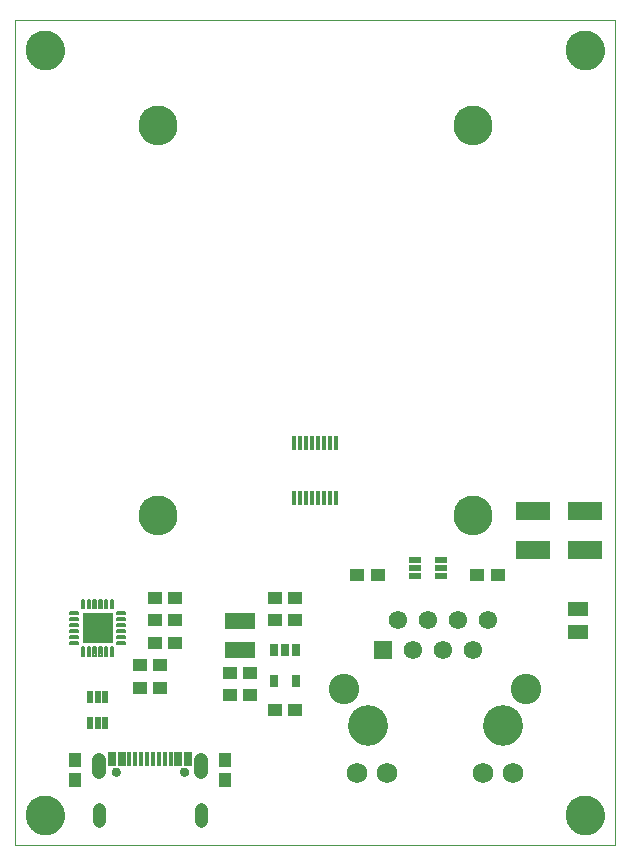
<source format=gts>
G75*
%MOIN*%
%OFA0B0*%
%FSLAX25Y25*%
%IPPOS*%
%LPD*%
%AMOC8*
5,1,8,0,0,1.08239X$1,22.5*
%
%ADD10C,0.00000*%
%ADD11C,0.12998*%
%ADD12R,0.04731X0.04337*%
%ADD13R,0.11424X0.06306*%
%ADD14R,0.01581X0.05124*%
%ADD15C,0.04337*%
%ADD16C,0.04534*%
%ADD17C,0.02959*%
%ADD18R,0.02762X0.04928*%
%ADD19R,0.01581X0.04928*%
%ADD20C,0.13195*%
%ADD21C,0.10144*%
%ADD22R,0.06128X0.06128*%
%ADD23C,0.06128*%
%ADD24C,0.06896*%
%ADD25R,0.10439X0.05518*%
%ADD26R,0.04337X0.04731*%
%ADD27R,0.06699X0.04731*%
%ADD28C,0.00751*%
%ADD29R,0.09849X0.09849*%
%ADD30R,0.02565X0.04337*%
%ADD31R,0.01975X0.04140*%
%ADD32R,0.04140X0.01975*%
D10*
X0001400Y0013000D02*
X0001400Y0288000D01*
X0201400Y0288000D01*
X0201400Y0013000D01*
X0001400Y0013000D01*
X0005101Y0023000D02*
X0005103Y0023158D01*
X0005109Y0023316D01*
X0005119Y0023474D01*
X0005133Y0023632D01*
X0005151Y0023789D01*
X0005172Y0023946D01*
X0005198Y0024102D01*
X0005228Y0024258D01*
X0005261Y0024413D01*
X0005299Y0024566D01*
X0005340Y0024719D01*
X0005385Y0024871D01*
X0005434Y0025022D01*
X0005487Y0025171D01*
X0005543Y0025319D01*
X0005603Y0025465D01*
X0005667Y0025610D01*
X0005735Y0025753D01*
X0005806Y0025895D01*
X0005880Y0026035D01*
X0005958Y0026172D01*
X0006040Y0026308D01*
X0006124Y0026442D01*
X0006213Y0026573D01*
X0006304Y0026702D01*
X0006399Y0026829D01*
X0006496Y0026954D01*
X0006597Y0027076D01*
X0006701Y0027195D01*
X0006808Y0027312D01*
X0006918Y0027426D01*
X0007031Y0027537D01*
X0007146Y0027646D01*
X0007264Y0027751D01*
X0007385Y0027853D01*
X0007508Y0027953D01*
X0007634Y0028049D01*
X0007762Y0028142D01*
X0007892Y0028232D01*
X0008025Y0028318D01*
X0008160Y0028402D01*
X0008296Y0028481D01*
X0008435Y0028558D01*
X0008576Y0028630D01*
X0008718Y0028700D01*
X0008862Y0028765D01*
X0009008Y0028827D01*
X0009155Y0028885D01*
X0009304Y0028940D01*
X0009454Y0028991D01*
X0009605Y0029038D01*
X0009757Y0029081D01*
X0009910Y0029120D01*
X0010065Y0029156D01*
X0010220Y0029187D01*
X0010376Y0029215D01*
X0010532Y0029239D01*
X0010689Y0029259D01*
X0010847Y0029275D01*
X0011004Y0029287D01*
X0011163Y0029295D01*
X0011321Y0029299D01*
X0011479Y0029299D01*
X0011637Y0029295D01*
X0011796Y0029287D01*
X0011953Y0029275D01*
X0012111Y0029259D01*
X0012268Y0029239D01*
X0012424Y0029215D01*
X0012580Y0029187D01*
X0012735Y0029156D01*
X0012890Y0029120D01*
X0013043Y0029081D01*
X0013195Y0029038D01*
X0013346Y0028991D01*
X0013496Y0028940D01*
X0013645Y0028885D01*
X0013792Y0028827D01*
X0013938Y0028765D01*
X0014082Y0028700D01*
X0014224Y0028630D01*
X0014365Y0028558D01*
X0014504Y0028481D01*
X0014640Y0028402D01*
X0014775Y0028318D01*
X0014908Y0028232D01*
X0015038Y0028142D01*
X0015166Y0028049D01*
X0015292Y0027953D01*
X0015415Y0027853D01*
X0015536Y0027751D01*
X0015654Y0027646D01*
X0015769Y0027537D01*
X0015882Y0027426D01*
X0015992Y0027312D01*
X0016099Y0027195D01*
X0016203Y0027076D01*
X0016304Y0026954D01*
X0016401Y0026829D01*
X0016496Y0026702D01*
X0016587Y0026573D01*
X0016676Y0026442D01*
X0016760Y0026308D01*
X0016842Y0026172D01*
X0016920Y0026035D01*
X0016994Y0025895D01*
X0017065Y0025753D01*
X0017133Y0025610D01*
X0017197Y0025465D01*
X0017257Y0025319D01*
X0017313Y0025171D01*
X0017366Y0025022D01*
X0017415Y0024871D01*
X0017460Y0024719D01*
X0017501Y0024566D01*
X0017539Y0024413D01*
X0017572Y0024258D01*
X0017602Y0024102D01*
X0017628Y0023946D01*
X0017649Y0023789D01*
X0017667Y0023632D01*
X0017681Y0023474D01*
X0017691Y0023316D01*
X0017697Y0023158D01*
X0017699Y0023000D01*
X0017697Y0022842D01*
X0017691Y0022684D01*
X0017681Y0022526D01*
X0017667Y0022368D01*
X0017649Y0022211D01*
X0017628Y0022054D01*
X0017602Y0021898D01*
X0017572Y0021742D01*
X0017539Y0021587D01*
X0017501Y0021434D01*
X0017460Y0021281D01*
X0017415Y0021129D01*
X0017366Y0020978D01*
X0017313Y0020829D01*
X0017257Y0020681D01*
X0017197Y0020535D01*
X0017133Y0020390D01*
X0017065Y0020247D01*
X0016994Y0020105D01*
X0016920Y0019965D01*
X0016842Y0019828D01*
X0016760Y0019692D01*
X0016676Y0019558D01*
X0016587Y0019427D01*
X0016496Y0019298D01*
X0016401Y0019171D01*
X0016304Y0019046D01*
X0016203Y0018924D01*
X0016099Y0018805D01*
X0015992Y0018688D01*
X0015882Y0018574D01*
X0015769Y0018463D01*
X0015654Y0018354D01*
X0015536Y0018249D01*
X0015415Y0018147D01*
X0015292Y0018047D01*
X0015166Y0017951D01*
X0015038Y0017858D01*
X0014908Y0017768D01*
X0014775Y0017682D01*
X0014640Y0017598D01*
X0014504Y0017519D01*
X0014365Y0017442D01*
X0014224Y0017370D01*
X0014082Y0017300D01*
X0013938Y0017235D01*
X0013792Y0017173D01*
X0013645Y0017115D01*
X0013496Y0017060D01*
X0013346Y0017009D01*
X0013195Y0016962D01*
X0013043Y0016919D01*
X0012890Y0016880D01*
X0012735Y0016844D01*
X0012580Y0016813D01*
X0012424Y0016785D01*
X0012268Y0016761D01*
X0012111Y0016741D01*
X0011953Y0016725D01*
X0011796Y0016713D01*
X0011637Y0016705D01*
X0011479Y0016701D01*
X0011321Y0016701D01*
X0011163Y0016705D01*
X0011004Y0016713D01*
X0010847Y0016725D01*
X0010689Y0016741D01*
X0010532Y0016761D01*
X0010376Y0016785D01*
X0010220Y0016813D01*
X0010065Y0016844D01*
X0009910Y0016880D01*
X0009757Y0016919D01*
X0009605Y0016962D01*
X0009454Y0017009D01*
X0009304Y0017060D01*
X0009155Y0017115D01*
X0009008Y0017173D01*
X0008862Y0017235D01*
X0008718Y0017300D01*
X0008576Y0017370D01*
X0008435Y0017442D01*
X0008296Y0017519D01*
X0008160Y0017598D01*
X0008025Y0017682D01*
X0007892Y0017768D01*
X0007762Y0017858D01*
X0007634Y0017951D01*
X0007508Y0018047D01*
X0007385Y0018147D01*
X0007264Y0018249D01*
X0007146Y0018354D01*
X0007031Y0018463D01*
X0006918Y0018574D01*
X0006808Y0018688D01*
X0006701Y0018805D01*
X0006597Y0018924D01*
X0006496Y0019046D01*
X0006399Y0019171D01*
X0006304Y0019298D01*
X0006213Y0019427D01*
X0006124Y0019558D01*
X0006040Y0019692D01*
X0005958Y0019828D01*
X0005880Y0019965D01*
X0005806Y0020105D01*
X0005735Y0020247D01*
X0005667Y0020390D01*
X0005603Y0020535D01*
X0005543Y0020681D01*
X0005487Y0020829D01*
X0005434Y0020978D01*
X0005385Y0021129D01*
X0005340Y0021281D01*
X0005299Y0021434D01*
X0005261Y0021587D01*
X0005228Y0021742D01*
X0005198Y0021898D01*
X0005172Y0022054D01*
X0005151Y0022211D01*
X0005133Y0022368D01*
X0005119Y0022526D01*
X0005109Y0022684D01*
X0005103Y0022842D01*
X0005101Y0023000D01*
X0033742Y0037488D02*
X0033744Y0037559D01*
X0033750Y0037630D01*
X0033760Y0037701D01*
X0033774Y0037770D01*
X0033791Y0037839D01*
X0033813Y0037907D01*
X0033838Y0037974D01*
X0033867Y0038039D01*
X0033899Y0038102D01*
X0033935Y0038164D01*
X0033974Y0038223D01*
X0034017Y0038280D01*
X0034062Y0038335D01*
X0034111Y0038387D01*
X0034162Y0038436D01*
X0034216Y0038482D01*
X0034273Y0038526D01*
X0034331Y0038566D01*
X0034392Y0038602D01*
X0034455Y0038636D01*
X0034520Y0038665D01*
X0034586Y0038691D01*
X0034654Y0038714D01*
X0034722Y0038732D01*
X0034792Y0038747D01*
X0034862Y0038758D01*
X0034933Y0038765D01*
X0035004Y0038768D01*
X0035075Y0038767D01*
X0035146Y0038762D01*
X0035217Y0038753D01*
X0035287Y0038740D01*
X0035356Y0038724D01*
X0035424Y0038703D01*
X0035491Y0038679D01*
X0035557Y0038651D01*
X0035620Y0038619D01*
X0035682Y0038584D01*
X0035742Y0038546D01*
X0035800Y0038504D01*
X0035855Y0038460D01*
X0035908Y0038412D01*
X0035958Y0038361D01*
X0036005Y0038308D01*
X0036049Y0038252D01*
X0036090Y0038194D01*
X0036128Y0038133D01*
X0036162Y0038071D01*
X0036192Y0038006D01*
X0036219Y0037941D01*
X0036243Y0037873D01*
X0036262Y0037805D01*
X0036278Y0037736D01*
X0036290Y0037665D01*
X0036298Y0037595D01*
X0036302Y0037524D01*
X0036302Y0037452D01*
X0036298Y0037381D01*
X0036290Y0037311D01*
X0036278Y0037240D01*
X0036262Y0037171D01*
X0036243Y0037103D01*
X0036219Y0037035D01*
X0036192Y0036970D01*
X0036162Y0036905D01*
X0036128Y0036843D01*
X0036090Y0036782D01*
X0036049Y0036724D01*
X0036005Y0036668D01*
X0035958Y0036615D01*
X0035908Y0036564D01*
X0035855Y0036516D01*
X0035800Y0036472D01*
X0035742Y0036430D01*
X0035682Y0036392D01*
X0035620Y0036357D01*
X0035557Y0036325D01*
X0035491Y0036297D01*
X0035424Y0036273D01*
X0035356Y0036252D01*
X0035287Y0036236D01*
X0035217Y0036223D01*
X0035146Y0036214D01*
X0035075Y0036209D01*
X0035004Y0036208D01*
X0034933Y0036211D01*
X0034862Y0036218D01*
X0034792Y0036229D01*
X0034722Y0036244D01*
X0034654Y0036262D01*
X0034586Y0036285D01*
X0034520Y0036311D01*
X0034455Y0036340D01*
X0034392Y0036374D01*
X0034331Y0036410D01*
X0034273Y0036450D01*
X0034216Y0036494D01*
X0034162Y0036540D01*
X0034111Y0036589D01*
X0034062Y0036641D01*
X0034017Y0036696D01*
X0033974Y0036753D01*
X0033935Y0036812D01*
X0033899Y0036874D01*
X0033867Y0036937D01*
X0033838Y0037002D01*
X0033813Y0037069D01*
X0033791Y0037137D01*
X0033774Y0037206D01*
X0033760Y0037275D01*
X0033750Y0037346D01*
X0033744Y0037417D01*
X0033742Y0037488D01*
X0056498Y0037488D02*
X0056500Y0037559D01*
X0056506Y0037630D01*
X0056516Y0037701D01*
X0056530Y0037770D01*
X0056547Y0037839D01*
X0056569Y0037907D01*
X0056594Y0037974D01*
X0056623Y0038039D01*
X0056655Y0038102D01*
X0056691Y0038164D01*
X0056730Y0038223D01*
X0056773Y0038280D01*
X0056818Y0038335D01*
X0056867Y0038387D01*
X0056918Y0038436D01*
X0056972Y0038482D01*
X0057029Y0038526D01*
X0057087Y0038566D01*
X0057148Y0038602D01*
X0057211Y0038636D01*
X0057276Y0038665D01*
X0057342Y0038691D01*
X0057410Y0038714D01*
X0057478Y0038732D01*
X0057548Y0038747D01*
X0057618Y0038758D01*
X0057689Y0038765D01*
X0057760Y0038768D01*
X0057831Y0038767D01*
X0057902Y0038762D01*
X0057973Y0038753D01*
X0058043Y0038740D01*
X0058112Y0038724D01*
X0058180Y0038703D01*
X0058247Y0038679D01*
X0058313Y0038651D01*
X0058376Y0038619D01*
X0058438Y0038584D01*
X0058498Y0038546D01*
X0058556Y0038504D01*
X0058611Y0038460D01*
X0058664Y0038412D01*
X0058714Y0038361D01*
X0058761Y0038308D01*
X0058805Y0038252D01*
X0058846Y0038194D01*
X0058884Y0038133D01*
X0058918Y0038071D01*
X0058948Y0038006D01*
X0058975Y0037941D01*
X0058999Y0037873D01*
X0059018Y0037805D01*
X0059034Y0037736D01*
X0059046Y0037665D01*
X0059054Y0037595D01*
X0059058Y0037524D01*
X0059058Y0037452D01*
X0059054Y0037381D01*
X0059046Y0037311D01*
X0059034Y0037240D01*
X0059018Y0037171D01*
X0058999Y0037103D01*
X0058975Y0037035D01*
X0058948Y0036970D01*
X0058918Y0036905D01*
X0058884Y0036843D01*
X0058846Y0036782D01*
X0058805Y0036724D01*
X0058761Y0036668D01*
X0058714Y0036615D01*
X0058664Y0036564D01*
X0058611Y0036516D01*
X0058556Y0036472D01*
X0058498Y0036430D01*
X0058438Y0036392D01*
X0058376Y0036357D01*
X0058313Y0036325D01*
X0058247Y0036297D01*
X0058180Y0036273D01*
X0058112Y0036252D01*
X0058043Y0036236D01*
X0057973Y0036223D01*
X0057902Y0036214D01*
X0057831Y0036209D01*
X0057760Y0036208D01*
X0057689Y0036211D01*
X0057618Y0036218D01*
X0057548Y0036229D01*
X0057478Y0036244D01*
X0057410Y0036262D01*
X0057342Y0036285D01*
X0057276Y0036311D01*
X0057211Y0036340D01*
X0057148Y0036374D01*
X0057087Y0036410D01*
X0057029Y0036450D01*
X0056972Y0036494D01*
X0056918Y0036540D01*
X0056867Y0036589D01*
X0056818Y0036641D01*
X0056773Y0036696D01*
X0056730Y0036753D01*
X0056691Y0036812D01*
X0056655Y0036874D01*
X0056623Y0036937D01*
X0056594Y0037002D01*
X0056569Y0037069D01*
X0056547Y0037137D01*
X0056530Y0037206D01*
X0056516Y0037275D01*
X0056506Y0037346D01*
X0056500Y0037417D01*
X0056498Y0037488D01*
X0112502Y0053000D02*
X0112504Y0053160D01*
X0112510Y0053319D01*
X0112520Y0053478D01*
X0112534Y0053637D01*
X0112552Y0053796D01*
X0112573Y0053954D01*
X0112599Y0054111D01*
X0112629Y0054268D01*
X0112662Y0054424D01*
X0112700Y0054579D01*
X0112741Y0054733D01*
X0112786Y0054886D01*
X0112835Y0055038D01*
X0112888Y0055188D01*
X0112944Y0055337D01*
X0113004Y0055485D01*
X0113068Y0055631D01*
X0113136Y0055776D01*
X0113207Y0055919D01*
X0113281Y0056060D01*
X0113359Y0056199D01*
X0113441Y0056336D01*
X0113526Y0056471D01*
X0113614Y0056604D01*
X0113705Y0056735D01*
X0113800Y0056863D01*
X0113898Y0056989D01*
X0113999Y0057113D01*
X0114103Y0057233D01*
X0114210Y0057352D01*
X0114320Y0057467D01*
X0114433Y0057580D01*
X0114548Y0057690D01*
X0114667Y0057797D01*
X0114787Y0057901D01*
X0114911Y0058002D01*
X0115037Y0058100D01*
X0115165Y0058195D01*
X0115296Y0058286D01*
X0115429Y0058374D01*
X0115564Y0058459D01*
X0115701Y0058541D01*
X0115840Y0058619D01*
X0115981Y0058693D01*
X0116124Y0058764D01*
X0116269Y0058832D01*
X0116415Y0058896D01*
X0116563Y0058956D01*
X0116712Y0059012D01*
X0116862Y0059065D01*
X0117014Y0059114D01*
X0117167Y0059159D01*
X0117321Y0059200D01*
X0117476Y0059238D01*
X0117632Y0059271D01*
X0117789Y0059301D01*
X0117946Y0059327D01*
X0118104Y0059348D01*
X0118263Y0059366D01*
X0118422Y0059380D01*
X0118581Y0059390D01*
X0118740Y0059396D01*
X0118900Y0059398D01*
X0119060Y0059396D01*
X0119219Y0059390D01*
X0119378Y0059380D01*
X0119537Y0059366D01*
X0119696Y0059348D01*
X0119854Y0059327D01*
X0120011Y0059301D01*
X0120168Y0059271D01*
X0120324Y0059238D01*
X0120479Y0059200D01*
X0120633Y0059159D01*
X0120786Y0059114D01*
X0120938Y0059065D01*
X0121088Y0059012D01*
X0121237Y0058956D01*
X0121385Y0058896D01*
X0121531Y0058832D01*
X0121676Y0058764D01*
X0121819Y0058693D01*
X0121960Y0058619D01*
X0122099Y0058541D01*
X0122236Y0058459D01*
X0122371Y0058374D01*
X0122504Y0058286D01*
X0122635Y0058195D01*
X0122763Y0058100D01*
X0122889Y0058002D01*
X0123013Y0057901D01*
X0123133Y0057797D01*
X0123252Y0057690D01*
X0123367Y0057580D01*
X0123480Y0057467D01*
X0123590Y0057352D01*
X0123697Y0057233D01*
X0123801Y0057113D01*
X0123902Y0056989D01*
X0124000Y0056863D01*
X0124095Y0056735D01*
X0124186Y0056604D01*
X0124274Y0056471D01*
X0124359Y0056336D01*
X0124441Y0056199D01*
X0124519Y0056060D01*
X0124593Y0055919D01*
X0124664Y0055776D01*
X0124732Y0055631D01*
X0124796Y0055485D01*
X0124856Y0055337D01*
X0124912Y0055188D01*
X0124965Y0055038D01*
X0125014Y0054886D01*
X0125059Y0054733D01*
X0125100Y0054579D01*
X0125138Y0054424D01*
X0125171Y0054268D01*
X0125201Y0054111D01*
X0125227Y0053954D01*
X0125248Y0053796D01*
X0125266Y0053637D01*
X0125280Y0053478D01*
X0125290Y0053319D01*
X0125296Y0053160D01*
X0125298Y0053000D01*
X0125296Y0052840D01*
X0125290Y0052681D01*
X0125280Y0052522D01*
X0125266Y0052363D01*
X0125248Y0052204D01*
X0125227Y0052046D01*
X0125201Y0051889D01*
X0125171Y0051732D01*
X0125138Y0051576D01*
X0125100Y0051421D01*
X0125059Y0051267D01*
X0125014Y0051114D01*
X0124965Y0050962D01*
X0124912Y0050812D01*
X0124856Y0050663D01*
X0124796Y0050515D01*
X0124732Y0050369D01*
X0124664Y0050224D01*
X0124593Y0050081D01*
X0124519Y0049940D01*
X0124441Y0049801D01*
X0124359Y0049664D01*
X0124274Y0049529D01*
X0124186Y0049396D01*
X0124095Y0049265D01*
X0124000Y0049137D01*
X0123902Y0049011D01*
X0123801Y0048887D01*
X0123697Y0048767D01*
X0123590Y0048648D01*
X0123480Y0048533D01*
X0123367Y0048420D01*
X0123252Y0048310D01*
X0123133Y0048203D01*
X0123013Y0048099D01*
X0122889Y0047998D01*
X0122763Y0047900D01*
X0122635Y0047805D01*
X0122504Y0047714D01*
X0122371Y0047626D01*
X0122236Y0047541D01*
X0122099Y0047459D01*
X0121960Y0047381D01*
X0121819Y0047307D01*
X0121676Y0047236D01*
X0121531Y0047168D01*
X0121385Y0047104D01*
X0121237Y0047044D01*
X0121088Y0046988D01*
X0120938Y0046935D01*
X0120786Y0046886D01*
X0120633Y0046841D01*
X0120479Y0046800D01*
X0120324Y0046762D01*
X0120168Y0046729D01*
X0120011Y0046699D01*
X0119854Y0046673D01*
X0119696Y0046652D01*
X0119537Y0046634D01*
X0119378Y0046620D01*
X0119219Y0046610D01*
X0119060Y0046604D01*
X0118900Y0046602D01*
X0118740Y0046604D01*
X0118581Y0046610D01*
X0118422Y0046620D01*
X0118263Y0046634D01*
X0118104Y0046652D01*
X0117946Y0046673D01*
X0117789Y0046699D01*
X0117632Y0046729D01*
X0117476Y0046762D01*
X0117321Y0046800D01*
X0117167Y0046841D01*
X0117014Y0046886D01*
X0116862Y0046935D01*
X0116712Y0046988D01*
X0116563Y0047044D01*
X0116415Y0047104D01*
X0116269Y0047168D01*
X0116124Y0047236D01*
X0115981Y0047307D01*
X0115840Y0047381D01*
X0115701Y0047459D01*
X0115564Y0047541D01*
X0115429Y0047626D01*
X0115296Y0047714D01*
X0115165Y0047805D01*
X0115037Y0047900D01*
X0114911Y0047998D01*
X0114787Y0048099D01*
X0114667Y0048203D01*
X0114548Y0048310D01*
X0114433Y0048420D01*
X0114320Y0048533D01*
X0114210Y0048648D01*
X0114103Y0048767D01*
X0113999Y0048887D01*
X0113898Y0049011D01*
X0113800Y0049137D01*
X0113705Y0049265D01*
X0113614Y0049396D01*
X0113526Y0049529D01*
X0113441Y0049664D01*
X0113359Y0049801D01*
X0113281Y0049940D01*
X0113207Y0050081D01*
X0113136Y0050224D01*
X0113068Y0050369D01*
X0113004Y0050515D01*
X0112944Y0050663D01*
X0112888Y0050812D01*
X0112835Y0050962D01*
X0112786Y0051114D01*
X0112741Y0051267D01*
X0112700Y0051421D01*
X0112662Y0051576D01*
X0112629Y0051732D01*
X0112599Y0051889D01*
X0112573Y0052046D01*
X0112552Y0052204D01*
X0112534Y0052363D01*
X0112520Y0052522D01*
X0112510Y0052681D01*
X0112504Y0052840D01*
X0112502Y0053000D01*
X0147601Y0123000D02*
X0147603Y0123158D01*
X0147609Y0123316D01*
X0147619Y0123474D01*
X0147633Y0123632D01*
X0147651Y0123789D01*
X0147672Y0123946D01*
X0147698Y0124102D01*
X0147728Y0124258D01*
X0147761Y0124413D01*
X0147799Y0124566D01*
X0147840Y0124719D01*
X0147885Y0124871D01*
X0147934Y0125022D01*
X0147987Y0125171D01*
X0148043Y0125319D01*
X0148103Y0125465D01*
X0148167Y0125610D01*
X0148235Y0125753D01*
X0148306Y0125895D01*
X0148380Y0126035D01*
X0148458Y0126172D01*
X0148540Y0126308D01*
X0148624Y0126442D01*
X0148713Y0126573D01*
X0148804Y0126702D01*
X0148899Y0126829D01*
X0148996Y0126954D01*
X0149097Y0127076D01*
X0149201Y0127195D01*
X0149308Y0127312D01*
X0149418Y0127426D01*
X0149531Y0127537D01*
X0149646Y0127646D01*
X0149764Y0127751D01*
X0149885Y0127853D01*
X0150008Y0127953D01*
X0150134Y0128049D01*
X0150262Y0128142D01*
X0150392Y0128232D01*
X0150525Y0128318D01*
X0150660Y0128402D01*
X0150796Y0128481D01*
X0150935Y0128558D01*
X0151076Y0128630D01*
X0151218Y0128700D01*
X0151362Y0128765D01*
X0151508Y0128827D01*
X0151655Y0128885D01*
X0151804Y0128940D01*
X0151954Y0128991D01*
X0152105Y0129038D01*
X0152257Y0129081D01*
X0152410Y0129120D01*
X0152565Y0129156D01*
X0152720Y0129187D01*
X0152876Y0129215D01*
X0153032Y0129239D01*
X0153189Y0129259D01*
X0153347Y0129275D01*
X0153504Y0129287D01*
X0153663Y0129295D01*
X0153821Y0129299D01*
X0153979Y0129299D01*
X0154137Y0129295D01*
X0154296Y0129287D01*
X0154453Y0129275D01*
X0154611Y0129259D01*
X0154768Y0129239D01*
X0154924Y0129215D01*
X0155080Y0129187D01*
X0155235Y0129156D01*
X0155390Y0129120D01*
X0155543Y0129081D01*
X0155695Y0129038D01*
X0155846Y0128991D01*
X0155996Y0128940D01*
X0156145Y0128885D01*
X0156292Y0128827D01*
X0156438Y0128765D01*
X0156582Y0128700D01*
X0156724Y0128630D01*
X0156865Y0128558D01*
X0157004Y0128481D01*
X0157140Y0128402D01*
X0157275Y0128318D01*
X0157408Y0128232D01*
X0157538Y0128142D01*
X0157666Y0128049D01*
X0157792Y0127953D01*
X0157915Y0127853D01*
X0158036Y0127751D01*
X0158154Y0127646D01*
X0158269Y0127537D01*
X0158382Y0127426D01*
X0158492Y0127312D01*
X0158599Y0127195D01*
X0158703Y0127076D01*
X0158804Y0126954D01*
X0158901Y0126829D01*
X0158996Y0126702D01*
X0159087Y0126573D01*
X0159176Y0126442D01*
X0159260Y0126308D01*
X0159342Y0126172D01*
X0159420Y0126035D01*
X0159494Y0125895D01*
X0159565Y0125753D01*
X0159633Y0125610D01*
X0159697Y0125465D01*
X0159757Y0125319D01*
X0159813Y0125171D01*
X0159866Y0125022D01*
X0159915Y0124871D01*
X0159960Y0124719D01*
X0160001Y0124566D01*
X0160039Y0124413D01*
X0160072Y0124258D01*
X0160102Y0124102D01*
X0160128Y0123946D01*
X0160149Y0123789D01*
X0160167Y0123632D01*
X0160181Y0123474D01*
X0160191Y0123316D01*
X0160197Y0123158D01*
X0160199Y0123000D01*
X0160197Y0122842D01*
X0160191Y0122684D01*
X0160181Y0122526D01*
X0160167Y0122368D01*
X0160149Y0122211D01*
X0160128Y0122054D01*
X0160102Y0121898D01*
X0160072Y0121742D01*
X0160039Y0121587D01*
X0160001Y0121434D01*
X0159960Y0121281D01*
X0159915Y0121129D01*
X0159866Y0120978D01*
X0159813Y0120829D01*
X0159757Y0120681D01*
X0159697Y0120535D01*
X0159633Y0120390D01*
X0159565Y0120247D01*
X0159494Y0120105D01*
X0159420Y0119965D01*
X0159342Y0119828D01*
X0159260Y0119692D01*
X0159176Y0119558D01*
X0159087Y0119427D01*
X0158996Y0119298D01*
X0158901Y0119171D01*
X0158804Y0119046D01*
X0158703Y0118924D01*
X0158599Y0118805D01*
X0158492Y0118688D01*
X0158382Y0118574D01*
X0158269Y0118463D01*
X0158154Y0118354D01*
X0158036Y0118249D01*
X0157915Y0118147D01*
X0157792Y0118047D01*
X0157666Y0117951D01*
X0157538Y0117858D01*
X0157408Y0117768D01*
X0157275Y0117682D01*
X0157140Y0117598D01*
X0157004Y0117519D01*
X0156865Y0117442D01*
X0156724Y0117370D01*
X0156582Y0117300D01*
X0156438Y0117235D01*
X0156292Y0117173D01*
X0156145Y0117115D01*
X0155996Y0117060D01*
X0155846Y0117009D01*
X0155695Y0116962D01*
X0155543Y0116919D01*
X0155390Y0116880D01*
X0155235Y0116844D01*
X0155080Y0116813D01*
X0154924Y0116785D01*
X0154768Y0116761D01*
X0154611Y0116741D01*
X0154453Y0116725D01*
X0154296Y0116713D01*
X0154137Y0116705D01*
X0153979Y0116701D01*
X0153821Y0116701D01*
X0153663Y0116705D01*
X0153504Y0116713D01*
X0153347Y0116725D01*
X0153189Y0116741D01*
X0153032Y0116761D01*
X0152876Y0116785D01*
X0152720Y0116813D01*
X0152565Y0116844D01*
X0152410Y0116880D01*
X0152257Y0116919D01*
X0152105Y0116962D01*
X0151954Y0117009D01*
X0151804Y0117060D01*
X0151655Y0117115D01*
X0151508Y0117173D01*
X0151362Y0117235D01*
X0151218Y0117300D01*
X0151076Y0117370D01*
X0150935Y0117442D01*
X0150796Y0117519D01*
X0150660Y0117598D01*
X0150525Y0117682D01*
X0150392Y0117768D01*
X0150262Y0117858D01*
X0150134Y0117951D01*
X0150008Y0118047D01*
X0149885Y0118147D01*
X0149764Y0118249D01*
X0149646Y0118354D01*
X0149531Y0118463D01*
X0149418Y0118574D01*
X0149308Y0118688D01*
X0149201Y0118805D01*
X0149097Y0118924D01*
X0148996Y0119046D01*
X0148899Y0119171D01*
X0148804Y0119298D01*
X0148713Y0119427D01*
X0148624Y0119558D01*
X0148540Y0119692D01*
X0148458Y0119828D01*
X0148380Y0119965D01*
X0148306Y0120105D01*
X0148235Y0120247D01*
X0148167Y0120390D01*
X0148103Y0120535D01*
X0148043Y0120681D01*
X0147987Y0120829D01*
X0147934Y0120978D01*
X0147885Y0121129D01*
X0147840Y0121281D01*
X0147799Y0121434D01*
X0147761Y0121587D01*
X0147728Y0121742D01*
X0147698Y0121898D01*
X0147672Y0122054D01*
X0147651Y0122211D01*
X0147633Y0122368D01*
X0147619Y0122526D01*
X0147609Y0122684D01*
X0147603Y0122842D01*
X0147601Y0123000D01*
X0157502Y0053000D02*
X0157504Y0053160D01*
X0157510Y0053319D01*
X0157520Y0053478D01*
X0157534Y0053637D01*
X0157552Y0053796D01*
X0157573Y0053954D01*
X0157599Y0054111D01*
X0157629Y0054268D01*
X0157662Y0054424D01*
X0157700Y0054579D01*
X0157741Y0054733D01*
X0157786Y0054886D01*
X0157835Y0055038D01*
X0157888Y0055188D01*
X0157944Y0055337D01*
X0158004Y0055485D01*
X0158068Y0055631D01*
X0158136Y0055776D01*
X0158207Y0055919D01*
X0158281Y0056060D01*
X0158359Y0056199D01*
X0158441Y0056336D01*
X0158526Y0056471D01*
X0158614Y0056604D01*
X0158705Y0056735D01*
X0158800Y0056863D01*
X0158898Y0056989D01*
X0158999Y0057113D01*
X0159103Y0057233D01*
X0159210Y0057352D01*
X0159320Y0057467D01*
X0159433Y0057580D01*
X0159548Y0057690D01*
X0159667Y0057797D01*
X0159787Y0057901D01*
X0159911Y0058002D01*
X0160037Y0058100D01*
X0160165Y0058195D01*
X0160296Y0058286D01*
X0160429Y0058374D01*
X0160564Y0058459D01*
X0160701Y0058541D01*
X0160840Y0058619D01*
X0160981Y0058693D01*
X0161124Y0058764D01*
X0161269Y0058832D01*
X0161415Y0058896D01*
X0161563Y0058956D01*
X0161712Y0059012D01*
X0161862Y0059065D01*
X0162014Y0059114D01*
X0162167Y0059159D01*
X0162321Y0059200D01*
X0162476Y0059238D01*
X0162632Y0059271D01*
X0162789Y0059301D01*
X0162946Y0059327D01*
X0163104Y0059348D01*
X0163263Y0059366D01*
X0163422Y0059380D01*
X0163581Y0059390D01*
X0163740Y0059396D01*
X0163900Y0059398D01*
X0164060Y0059396D01*
X0164219Y0059390D01*
X0164378Y0059380D01*
X0164537Y0059366D01*
X0164696Y0059348D01*
X0164854Y0059327D01*
X0165011Y0059301D01*
X0165168Y0059271D01*
X0165324Y0059238D01*
X0165479Y0059200D01*
X0165633Y0059159D01*
X0165786Y0059114D01*
X0165938Y0059065D01*
X0166088Y0059012D01*
X0166237Y0058956D01*
X0166385Y0058896D01*
X0166531Y0058832D01*
X0166676Y0058764D01*
X0166819Y0058693D01*
X0166960Y0058619D01*
X0167099Y0058541D01*
X0167236Y0058459D01*
X0167371Y0058374D01*
X0167504Y0058286D01*
X0167635Y0058195D01*
X0167763Y0058100D01*
X0167889Y0058002D01*
X0168013Y0057901D01*
X0168133Y0057797D01*
X0168252Y0057690D01*
X0168367Y0057580D01*
X0168480Y0057467D01*
X0168590Y0057352D01*
X0168697Y0057233D01*
X0168801Y0057113D01*
X0168902Y0056989D01*
X0169000Y0056863D01*
X0169095Y0056735D01*
X0169186Y0056604D01*
X0169274Y0056471D01*
X0169359Y0056336D01*
X0169441Y0056199D01*
X0169519Y0056060D01*
X0169593Y0055919D01*
X0169664Y0055776D01*
X0169732Y0055631D01*
X0169796Y0055485D01*
X0169856Y0055337D01*
X0169912Y0055188D01*
X0169965Y0055038D01*
X0170014Y0054886D01*
X0170059Y0054733D01*
X0170100Y0054579D01*
X0170138Y0054424D01*
X0170171Y0054268D01*
X0170201Y0054111D01*
X0170227Y0053954D01*
X0170248Y0053796D01*
X0170266Y0053637D01*
X0170280Y0053478D01*
X0170290Y0053319D01*
X0170296Y0053160D01*
X0170298Y0053000D01*
X0170296Y0052840D01*
X0170290Y0052681D01*
X0170280Y0052522D01*
X0170266Y0052363D01*
X0170248Y0052204D01*
X0170227Y0052046D01*
X0170201Y0051889D01*
X0170171Y0051732D01*
X0170138Y0051576D01*
X0170100Y0051421D01*
X0170059Y0051267D01*
X0170014Y0051114D01*
X0169965Y0050962D01*
X0169912Y0050812D01*
X0169856Y0050663D01*
X0169796Y0050515D01*
X0169732Y0050369D01*
X0169664Y0050224D01*
X0169593Y0050081D01*
X0169519Y0049940D01*
X0169441Y0049801D01*
X0169359Y0049664D01*
X0169274Y0049529D01*
X0169186Y0049396D01*
X0169095Y0049265D01*
X0169000Y0049137D01*
X0168902Y0049011D01*
X0168801Y0048887D01*
X0168697Y0048767D01*
X0168590Y0048648D01*
X0168480Y0048533D01*
X0168367Y0048420D01*
X0168252Y0048310D01*
X0168133Y0048203D01*
X0168013Y0048099D01*
X0167889Y0047998D01*
X0167763Y0047900D01*
X0167635Y0047805D01*
X0167504Y0047714D01*
X0167371Y0047626D01*
X0167236Y0047541D01*
X0167099Y0047459D01*
X0166960Y0047381D01*
X0166819Y0047307D01*
X0166676Y0047236D01*
X0166531Y0047168D01*
X0166385Y0047104D01*
X0166237Y0047044D01*
X0166088Y0046988D01*
X0165938Y0046935D01*
X0165786Y0046886D01*
X0165633Y0046841D01*
X0165479Y0046800D01*
X0165324Y0046762D01*
X0165168Y0046729D01*
X0165011Y0046699D01*
X0164854Y0046673D01*
X0164696Y0046652D01*
X0164537Y0046634D01*
X0164378Y0046620D01*
X0164219Y0046610D01*
X0164060Y0046604D01*
X0163900Y0046602D01*
X0163740Y0046604D01*
X0163581Y0046610D01*
X0163422Y0046620D01*
X0163263Y0046634D01*
X0163104Y0046652D01*
X0162946Y0046673D01*
X0162789Y0046699D01*
X0162632Y0046729D01*
X0162476Y0046762D01*
X0162321Y0046800D01*
X0162167Y0046841D01*
X0162014Y0046886D01*
X0161862Y0046935D01*
X0161712Y0046988D01*
X0161563Y0047044D01*
X0161415Y0047104D01*
X0161269Y0047168D01*
X0161124Y0047236D01*
X0160981Y0047307D01*
X0160840Y0047381D01*
X0160701Y0047459D01*
X0160564Y0047541D01*
X0160429Y0047626D01*
X0160296Y0047714D01*
X0160165Y0047805D01*
X0160037Y0047900D01*
X0159911Y0047998D01*
X0159787Y0048099D01*
X0159667Y0048203D01*
X0159548Y0048310D01*
X0159433Y0048420D01*
X0159320Y0048533D01*
X0159210Y0048648D01*
X0159103Y0048767D01*
X0158999Y0048887D01*
X0158898Y0049011D01*
X0158800Y0049137D01*
X0158705Y0049265D01*
X0158614Y0049396D01*
X0158526Y0049529D01*
X0158441Y0049664D01*
X0158359Y0049801D01*
X0158281Y0049940D01*
X0158207Y0050081D01*
X0158136Y0050224D01*
X0158068Y0050369D01*
X0158004Y0050515D01*
X0157944Y0050663D01*
X0157888Y0050812D01*
X0157835Y0050962D01*
X0157786Y0051114D01*
X0157741Y0051267D01*
X0157700Y0051421D01*
X0157662Y0051576D01*
X0157629Y0051732D01*
X0157599Y0051889D01*
X0157573Y0052046D01*
X0157552Y0052204D01*
X0157534Y0052363D01*
X0157520Y0052522D01*
X0157510Y0052681D01*
X0157504Y0052840D01*
X0157502Y0053000D01*
X0185101Y0023000D02*
X0185103Y0023158D01*
X0185109Y0023316D01*
X0185119Y0023474D01*
X0185133Y0023632D01*
X0185151Y0023789D01*
X0185172Y0023946D01*
X0185198Y0024102D01*
X0185228Y0024258D01*
X0185261Y0024413D01*
X0185299Y0024566D01*
X0185340Y0024719D01*
X0185385Y0024871D01*
X0185434Y0025022D01*
X0185487Y0025171D01*
X0185543Y0025319D01*
X0185603Y0025465D01*
X0185667Y0025610D01*
X0185735Y0025753D01*
X0185806Y0025895D01*
X0185880Y0026035D01*
X0185958Y0026172D01*
X0186040Y0026308D01*
X0186124Y0026442D01*
X0186213Y0026573D01*
X0186304Y0026702D01*
X0186399Y0026829D01*
X0186496Y0026954D01*
X0186597Y0027076D01*
X0186701Y0027195D01*
X0186808Y0027312D01*
X0186918Y0027426D01*
X0187031Y0027537D01*
X0187146Y0027646D01*
X0187264Y0027751D01*
X0187385Y0027853D01*
X0187508Y0027953D01*
X0187634Y0028049D01*
X0187762Y0028142D01*
X0187892Y0028232D01*
X0188025Y0028318D01*
X0188160Y0028402D01*
X0188296Y0028481D01*
X0188435Y0028558D01*
X0188576Y0028630D01*
X0188718Y0028700D01*
X0188862Y0028765D01*
X0189008Y0028827D01*
X0189155Y0028885D01*
X0189304Y0028940D01*
X0189454Y0028991D01*
X0189605Y0029038D01*
X0189757Y0029081D01*
X0189910Y0029120D01*
X0190065Y0029156D01*
X0190220Y0029187D01*
X0190376Y0029215D01*
X0190532Y0029239D01*
X0190689Y0029259D01*
X0190847Y0029275D01*
X0191004Y0029287D01*
X0191163Y0029295D01*
X0191321Y0029299D01*
X0191479Y0029299D01*
X0191637Y0029295D01*
X0191796Y0029287D01*
X0191953Y0029275D01*
X0192111Y0029259D01*
X0192268Y0029239D01*
X0192424Y0029215D01*
X0192580Y0029187D01*
X0192735Y0029156D01*
X0192890Y0029120D01*
X0193043Y0029081D01*
X0193195Y0029038D01*
X0193346Y0028991D01*
X0193496Y0028940D01*
X0193645Y0028885D01*
X0193792Y0028827D01*
X0193938Y0028765D01*
X0194082Y0028700D01*
X0194224Y0028630D01*
X0194365Y0028558D01*
X0194504Y0028481D01*
X0194640Y0028402D01*
X0194775Y0028318D01*
X0194908Y0028232D01*
X0195038Y0028142D01*
X0195166Y0028049D01*
X0195292Y0027953D01*
X0195415Y0027853D01*
X0195536Y0027751D01*
X0195654Y0027646D01*
X0195769Y0027537D01*
X0195882Y0027426D01*
X0195992Y0027312D01*
X0196099Y0027195D01*
X0196203Y0027076D01*
X0196304Y0026954D01*
X0196401Y0026829D01*
X0196496Y0026702D01*
X0196587Y0026573D01*
X0196676Y0026442D01*
X0196760Y0026308D01*
X0196842Y0026172D01*
X0196920Y0026035D01*
X0196994Y0025895D01*
X0197065Y0025753D01*
X0197133Y0025610D01*
X0197197Y0025465D01*
X0197257Y0025319D01*
X0197313Y0025171D01*
X0197366Y0025022D01*
X0197415Y0024871D01*
X0197460Y0024719D01*
X0197501Y0024566D01*
X0197539Y0024413D01*
X0197572Y0024258D01*
X0197602Y0024102D01*
X0197628Y0023946D01*
X0197649Y0023789D01*
X0197667Y0023632D01*
X0197681Y0023474D01*
X0197691Y0023316D01*
X0197697Y0023158D01*
X0197699Y0023000D01*
X0197697Y0022842D01*
X0197691Y0022684D01*
X0197681Y0022526D01*
X0197667Y0022368D01*
X0197649Y0022211D01*
X0197628Y0022054D01*
X0197602Y0021898D01*
X0197572Y0021742D01*
X0197539Y0021587D01*
X0197501Y0021434D01*
X0197460Y0021281D01*
X0197415Y0021129D01*
X0197366Y0020978D01*
X0197313Y0020829D01*
X0197257Y0020681D01*
X0197197Y0020535D01*
X0197133Y0020390D01*
X0197065Y0020247D01*
X0196994Y0020105D01*
X0196920Y0019965D01*
X0196842Y0019828D01*
X0196760Y0019692D01*
X0196676Y0019558D01*
X0196587Y0019427D01*
X0196496Y0019298D01*
X0196401Y0019171D01*
X0196304Y0019046D01*
X0196203Y0018924D01*
X0196099Y0018805D01*
X0195992Y0018688D01*
X0195882Y0018574D01*
X0195769Y0018463D01*
X0195654Y0018354D01*
X0195536Y0018249D01*
X0195415Y0018147D01*
X0195292Y0018047D01*
X0195166Y0017951D01*
X0195038Y0017858D01*
X0194908Y0017768D01*
X0194775Y0017682D01*
X0194640Y0017598D01*
X0194504Y0017519D01*
X0194365Y0017442D01*
X0194224Y0017370D01*
X0194082Y0017300D01*
X0193938Y0017235D01*
X0193792Y0017173D01*
X0193645Y0017115D01*
X0193496Y0017060D01*
X0193346Y0017009D01*
X0193195Y0016962D01*
X0193043Y0016919D01*
X0192890Y0016880D01*
X0192735Y0016844D01*
X0192580Y0016813D01*
X0192424Y0016785D01*
X0192268Y0016761D01*
X0192111Y0016741D01*
X0191953Y0016725D01*
X0191796Y0016713D01*
X0191637Y0016705D01*
X0191479Y0016701D01*
X0191321Y0016701D01*
X0191163Y0016705D01*
X0191004Y0016713D01*
X0190847Y0016725D01*
X0190689Y0016741D01*
X0190532Y0016761D01*
X0190376Y0016785D01*
X0190220Y0016813D01*
X0190065Y0016844D01*
X0189910Y0016880D01*
X0189757Y0016919D01*
X0189605Y0016962D01*
X0189454Y0017009D01*
X0189304Y0017060D01*
X0189155Y0017115D01*
X0189008Y0017173D01*
X0188862Y0017235D01*
X0188718Y0017300D01*
X0188576Y0017370D01*
X0188435Y0017442D01*
X0188296Y0017519D01*
X0188160Y0017598D01*
X0188025Y0017682D01*
X0187892Y0017768D01*
X0187762Y0017858D01*
X0187634Y0017951D01*
X0187508Y0018047D01*
X0187385Y0018147D01*
X0187264Y0018249D01*
X0187146Y0018354D01*
X0187031Y0018463D01*
X0186918Y0018574D01*
X0186808Y0018688D01*
X0186701Y0018805D01*
X0186597Y0018924D01*
X0186496Y0019046D01*
X0186399Y0019171D01*
X0186304Y0019298D01*
X0186213Y0019427D01*
X0186124Y0019558D01*
X0186040Y0019692D01*
X0185958Y0019828D01*
X0185880Y0019965D01*
X0185806Y0020105D01*
X0185735Y0020247D01*
X0185667Y0020390D01*
X0185603Y0020535D01*
X0185543Y0020681D01*
X0185487Y0020829D01*
X0185434Y0020978D01*
X0185385Y0021129D01*
X0185340Y0021281D01*
X0185299Y0021434D01*
X0185261Y0021587D01*
X0185228Y0021742D01*
X0185198Y0021898D01*
X0185172Y0022054D01*
X0185151Y0022211D01*
X0185133Y0022368D01*
X0185119Y0022526D01*
X0185109Y0022684D01*
X0185103Y0022842D01*
X0185101Y0023000D01*
X0042601Y0123000D02*
X0042603Y0123158D01*
X0042609Y0123316D01*
X0042619Y0123474D01*
X0042633Y0123632D01*
X0042651Y0123789D01*
X0042672Y0123946D01*
X0042698Y0124102D01*
X0042728Y0124258D01*
X0042761Y0124413D01*
X0042799Y0124566D01*
X0042840Y0124719D01*
X0042885Y0124871D01*
X0042934Y0125022D01*
X0042987Y0125171D01*
X0043043Y0125319D01*
X0043103Y0125465D01*
X0043167Y0125610D01*
X0043235Y0125753D01*
X0043306Y0125895D01*
X0043380Y0126035D01*
X0043458Y0126172D01*
X0043540Y0126308D01*
X0043624Y0126442D01*
X0043713Y0126573D01*
X0043804Y0126702D01*
X0043899Y0126829D01*
X0043996Y0126954D01*
X0044097Y0127076D01*
X0044201Y0127195D01*
X0044308Y0127312D01*
X0044418Y0127426D01*
X0044531Y0127537D01*
X0044646Y0127646D01*
X0044764Y0127751D01*
X0044885Y0127853D01*
X0045008Y0127953D01*
X0045134Y0128049D01*
X0045262Y0128142D01*
X0045392Y0128232D01*
X0045525Y0128318D01*
X0045660Y0128402D01*
X0045796Y0128481D01*
X0045935Y0128558D01*
X0046076Y0128630D01*
X0046218Y0128700D01*
X0046362Y0128765D01*
X0046508Y0128827D01*
X0046655Y0128885D01*
X0046804Y0128940D01*
X0046954Y0128991D01*
X0047105Y0129038D01*
X0047257Y0129081D01*
X0047410Y0129120D01*
X0047565Y0129156D01*
X0047720Y0129187D01*
X0047876Y0129215D01*
X0048032Y0129239D01*
X0048189Y0129259D01*
X0048347Y0129275D01*
X0048504Y0129287D01*
X0048663Y0129295D01*
X0048821Y0129299D01*
X0048979Y0129299D01*
X0049137Y0129295D01*
X0049296Y0129287D01*
X0049453Y0129275D01*
X0049611Y0129259D01*
X0049768Y0129239D01*
X0049924Y0129215D01*
X0050080Y0129187D01*
X0050235Y0129156D01*
X0050390Y0129120D01*
X0050543Y0129081D01*
X0050695Y0129038D01*
X0050846Y0128991D01*
X0050996Y0128940D01*
X0051145Y0128885D01*
X0051292Y0128827D01*
X0051438Y0128765D01*
X0051582Y0128700D01*
X0051724Y0128630D01*
X0051865Y0128558D01*
X0052004Y0128481D01*
X0052140Y0128402D01*
X0052275Y0128318D01*
X0052408Y0128232D01*
X0052538Y0128142D01*
X0052666Y0128049D01*
X0052792Y0127953D01*
X0052915Y0127853D01*
X0053036Y0127751D01*
X0053154Y0127646D01*
X0053269Y0127537D01*
X0053382Y0127426D01*
X0053492Y0127312D01*
X0053599Y0127195D01*
X0053703Y0127076D01*
X0053804Y0126954D01*
X0053901Y0126829D01*
X0053996Y0126702D01*
X0054087Y0126573D01*
X0054176Y0126442D01*
X0054260Y0126308D01*
X0054342Y0126172D01*
X0054420Y0126035D01*
X0054494Y0125895D01*
X0054565Y0125753D01*
X0054633Y0125610D01*
X0054697Y0125465D01*
X0054757Y0125319D01*
X0054813Y0125171D01*
X0054866Y0125022D01*
X0054915Y0124871D01*
X0054960Y0124719D01*
X0055001Y0124566D01*
X0055039Y0124413D01*
X0055072Y0124258D01*
X0055102Y0124102D01*
X0055128Y0123946D01*
X0055149Y0123789D01*
X0055167Y0123632D01*
X0055181Y0123474D01*
X0055191Y0123316D01*
X0055197Y0123158D01*
X0055199Y0123000D01*
X0055197Y0122842D01*
X0055191Y0122684D01*
X0055181Y0122526D01*
X0055167Y0122368D01*
X0055149Y0122211D01*
X0055128Y0122054D01*
X0055102Y0121898D01*
X0055072Y0121742D01*
X0055039Y0121587D01*
X0055001Y0121434D01*
X0054960Y0121281D01*
X0054915Y0121129D01*
X0054866Y0120978D01*
X0054813Y0120829D01*
X0054757Y0120681D01*
X0054697Y0120535D01*
X0054633Y0120390D01*
X0054565Y0120247D01*
X0054494Y0120105D01*
X0054420Y0119965D01*
X0054342Y0119828D01*
X0054260Y0119692D01*
X0054176Y0119558D01*
X0054087Y0119427D01*
X0053996Y0119298D01*
X0053901Y0119171D01*
X0053804Y0119046D01*
X0053703Y0118924D01*
X0053599Y0118805D01*
X0053492Y0118688D01*
X0053382Y0118574D01*
X0053269Y0118463D01*
X0053154Y0118354D01*
X0053036Y0118249D01*
X0052915Y0118147D01*
X0052792Y0118047D01*
X0052666Y0117951D01*
X0052538Y0117858D01*
X0052408Y0117768D01*
X0052275Y0117682D01*
X0052140Y0117598D01*
X0052004Y0117519D01*
X0051865Y0117442D01*
X0051724Y0117370D01*
X0051582Y0117300D01*
X0051438Y0117235D01*
X0051292Y0117173D01*
X0051145Y0117115D01*
X0050996Y0117060D01*
X0050846Y0117009D01*
X0050695Y0116962D01*
X0050543Y0116919D01*
X0050390Y0116880D01*
X0050235Y0116844D01*
X0050080Y0116813D01*
X0049924Y0116785D01*
X0049768Y0116761D01*
X0049611Y0116741D01*
X0049453Y0116725D01*
X0049296Y0116713D01*
X0049137Y0116705D01*
X0048979Y0116701D01*
X0048821Y0116701D01*
X0048663Y0116705D01*
X0048504Y0116713D01*
X0048347Y0116725D01*
X0048189Y0116741D01*
X0048032Y0116761D01*
X0047876Y0116785D01*
X0047720Y0116813D01*
X0047565Y0116844D01*
X0047410Y0116880D01*
X0047257Y0116919D01*
X0047105Y0116962D01*
X0046954Y0117009D01*
X0046804Y0117060D01*
X0046655Y0117115D01*
X0046508Y0117173D01*
X0046362Y0117235D01*
X0046218Y0117300D01*
X0046076Y0117370D01*
X0045935Y0117442D01*
X0045796Y0117519D01*
X0045660Y0117598D01*
X0045525Y0117682D01*
X0045392Y0117768D01*
X0045262Y0117858D01*
X0045134Y0117951D01*
X0045008Y0118047D01*
X0044885Y0118147D01*
X0044764Y0118249D01*
X0044646Y0118354D01*
X0044531Y0118463D01*
X0044418Y0118574D01*
X0044308Y0118688D01*
X0044201Y0118805D01*
X0044097Y0118924D01*
X0043996Y0119046D01*
X0043899Y0119171D01*
X0043804Y0119298D01*
X0043713Y0119427D01*
X0043624Y0119558D01*
X0043540Y0119692D01*
X0043458Y0119828D01*
X0043380Y0119965D01*
X0043306Y0120105D01*
X0043235Y0120247D01*
X0043167Y0120390D01*
X0043103Y0120535D01*
X0043043Y0120681D01*
X0042987Y0120829D01*
X0042934Y0120978D01*
X0042885Y0121129D01*
X0042840Y0121281D01*
X0042799Y0121434D01*
X0042761Y0121587D01*
X0042728Y0121742D01*
X0042698Y0121898D01*
X0042672Y0122054D01*
X0042651Y0122211D01*
X0042633Y0122368D01*
X0042619Y0122526D01*
X0042609Y0122684D01*
X0042603Y0122842D01*
X0042601Y0123000D01*
X0042601Y0253000D02*
X0042603Y0253158D01*
X0042609Y0253316D01*
X0042619Y0253474D01*
X0042633Y0253632D01*
X0042651Y0253789D01*
X0042672Y0253946D01*
X0042698Y0254102D01*
X0042728Y0254258D01*
X0042761Y0254413D01*
X0042799Y0254566D01*
X0042840Y0254719D01*
X0042885Y0254871D01*
X0042934Y0255022D01*
X0042987Y0255171D01*
X0043043Y0255319D01*
X0043103Y0255465D01*
X0043167Y0255610D01*
X0043235Y0255753D01*
X0043306Y0255895D01*
X0043380Y0256035D01*
X0043458Y0256172D01*
X0043540Y0256308D01*
X0043624Y0256442D01*
X0043713Y0256573D01*
X0043804Y0256702D01*
X0043899Y0256829D01*
X0043996Y0256954D01*
X0044097Y0257076D01*
X0044201Y0257195D01*
X0044308Y0257312D01*
X0044418Y0257426D01*
X0044531Y0257537D01*
X0044646Y0257646D01*
X0044764Y0257751D01*
X0044885Y0257853D01*
X0045008Y0257953D01*
X0045134Y0258049D01*
X0045262Y0258142D01*
X0045392Y0258232D01*
X0045525Y0258318D01*
X0045660Y0258402D01*
X0045796Y0258481D01*
X0045935Y0258558D01*
X0046076Y0258630D01*
X0046218Y0258700D01*
X0046362Y0258765D01*
X0046508Y0258827D01*
X0046655Y0258885D01*
X0046804Y0258940D01*
X0046954Y0258991D01*
X0047105Y0259038D01*
X0047257Y0259081D01*
X0047410Y0259120D01*
X0047565Y0259156D01*
X0047720Y0259187D01*
X0047876Y0259215D01*
X0048032Y0259239D01*
X0048189Y0259259D01*
X0048347Y0259275D01*
X0048504Y0259287D01*
X0048663Y0259295D01*
X0048821Y0259299D01*
X0048979Y0259299D01*
X0049137Y0259295D01*
X0049296Y0259287D01*
X0049453Y0259275D01*
X0049611Y0259259D01*
X0049768Y0259239D01*
X0049924Y0259215D01*
X0050080Y0259187D01*
X0050235Y0259156D01*
X0050390Y0259120D01*
X0050543Y0259081D01*
X0050695Y0259038D01*
X0050846Y0258991D01*
X0050996Y0258940D01*
X0051145Y0258885D01*
X0051292Y0258827D01*
X0051438Y0258765D01*
X0051582Y0258700D01*
X0051724Y0258630D01*
X0051865Y0258558D01*
X0052004Y0258481D01*
X0052140Y0258402D01*
X0052275Y0258318D01*
X0052408Y0258232D01*
X0052538Y0258142D01*
X0052666Y0258049D01*
X0052792Y0257953D01*
X0052915Y0257853D01*
X0053036Y0257751D01*
X0053154Y0257646D01*
X0053269Y0257537D01*
X0053382Y0257426D01*
X0053492Y0257312D01*
X0053599Y0257195D01*
X0053703Y0257076D01*
X0053804Y0256954D01*
X0053901Y0256829D01*
X0053996Y0256702D01*
X0054087Y0256573D01*
X0054176Y0256442D01*
X0054260Y0256308D01*
X0054342Y0256172D01*
X0054420Y0256035D01*
X0054494Y0255895D01*
X0054565Y0255753D01*
X0054633Y0255610D01*
X0054697Y0255465D01*
X0054757Y0255319D01*
X0054813Y0255171D01*
X0054866Y0255022D01*
X0054915Y0254871D01*
X0054960Y0254719D01*
X0055001Y0254566D01*
X0055039Y0254413D01*
X0055072Y0254258D01*
X0055102Y0254102D01*
X0055128Y0253946D01*
X0055149Y0253789D01*
X0055167Y0253632D01*
X0055181Y0253474D01*
X0055191Y0253316D01*
X0055197Y0253158D01*
X0055199Y0253000D01*
X0055197Y0252842D01*
X0055191Y0252684D01*
X0055181Y0252526D01*
X0055167Y0252368D01*
X0055149Y0252211D01*
X0055128Y0252054D01*
X0055102Y0251898D01*
X0055072Y0251742D01*
X0055039Y0251587D01*
X0055001Y0251434D01*
X0054960Y0251281D01*
X0054915Y0251129D01*
X0054866Y0250978D01*
X0054813Y0250829D01*
X0054757Y0250681D01*
X0054697Y0250535D01*
X0054633Y0250390D01*
X0054565Y0250247D01*
X0054494Y0250105D01*
X0054420Y0249965D01*
X0054342Y0249828D01*
X0054260Y0249692D01*
X0054176Y0249558D01*
X0054087Y0249427D01*
X0053996Y0249298D01*
X0053901Y0249171D01*
X0053804Y0249046D01*
X0053703Y0248924D01*
X0053599Y0248805D01*
X0053492Y0248688D01*
X0053382Y0248574D01*
X0053269Y0248463D01*
X0053154Y0248354D01*
X0053036Y0248249D01*
X0052915Y0248147D01*
X0052792Y0248047D01*
X0052666Y0247951D01*
X0052538Y0247858D01*
X0052408Y0247768D01*
X0052275Y0247682D01*
X0052140Y0247598D01*
X0052004Y0247519D01*
X0051865Y0247442D01*
X0051724Y0247370D01*
X0051582Y0247300D01*
X0051438Y0247235D01*
X0051292Y0247173D01*
X0051145Y0247115D01*
X0050996Y0247060D01*
X0050846Y0247009D01*
X0050695Y0246962D01*
X0050543Y0246919D01*
X0050390Y0246880D01*
X0050235Y0246844D01*
X0050080Y0246813D01*
X0049924Y0246785D01*
X0049768Y0246761D01*
X0049611Y0246741D01*
X0049453Y0246725D01*
X0049296Y0246713D01*
X0049137Y0246705D01*
X0048979Y0246701D01*
X0048821Y0246701D01*
X0048663Y0246705D01*
X0048504Y0246713D01*
X0048347Y0246725D01*
X0048189Y0246741D01*
X0048032Y0246761D01*
X0047876Y0246785D01*
X0047720Y0246813D01*
X0047565Y0246844D01*
X0047410Y0246880D01*
X0047257Y0246919D01*
X0047105Y0246962D01*
X0046954Y0247009D01*
X0046804Y0247060D01*
X0046655Y0247115D01*
X0046508Y0247173D01*
X0046362Y0247235D01*
X0046218Y0247300D01*
X0046076Y0247370D01*
X0045935Y0247442D01*
X0045796Y0247519D01*
X0045660Y0247598D01*
X0045525Y0247682D01*
X0045392Y0247768D01*
X0045262Y0247858D01*
X0045134Y0247951D01*
X0045008Y0248047D01*
X0044885Y0248147D01*
X0044764Y0248249D01*
X0044646Y0248354D01*
X0044531Y0248463D01*
X0044418Y0248574D01*
X0044308Y0248688D01*
X0044201Y0248805D01*
X0044097Y0248924D01*
X0043996Y0249046D01*
X0043899Y0249171D01*
X0043804Y0249298D01*
X0043713Y0249427D01*
X0043624Y0249558D01*
X0043540Y0249692D01*
X0043458Y0249828D01*
X0043380Y0249965D01*
X0043306Y0250105D01*
X0043235Y0250247D01*
X0043167Y0250390D01*
X0043103Y0250535D01*
X0043043Y0250681D01*
X0042987Y0250829D01*
X0042934Y0250978D01*
X0042885Y0251129D01*
X0042840Y0251281D01*
X0042799Y0251434D01*
X0042761Y0251587D01*
X0042728Y0251742D01*
X0042698Y0251898D01*
X0042672Y0252054D01*
X0042651Y0252211D01*
X0042633Y0252368D01*
X0042619Y0252526D01*
X0042609Y0252684D01*
X0042603Y0252842D01*
X0042601Y0253000D01*
X0005101Y0278000D02*
X0005103Y0278158D01*
X0005109Y0278316D01*
X0005119Y0278474D01*
X0005133Y0278632D01*
X0005151Y0278789D01*
X0005172Y0278946D01*
X0005198Y0279102D01*
X0005228Y0279258D01*
X0005261Y0279413D01*
X0005299Y0279566D01*
X0005340Y0279719D01*
X0005385Y0279871D01*
X0005434Y0280022D01*
X0005487Y0280171D01*
X0005543Y0280319D01*
X0005603Y0280465D01*
X0005667Y0280610D01*
X0005735Y0280753D01*
X0005806Y0280895D01*
X0005880Y0281035D01*
X0005958Y0281172D01*
X0006040Y0281308D01*
X0006124Y0281442D01*
X0006213Y0281573D01*
X0006304Y0281702D01*
X0006399Y0281829D01*
X0006496Y0281954D01*
X0006597Y0282076D01*
X0006701Y0282195D01*
X0006808Y0282312D01*
X0006918Y0282426D01*
X0007031Y0282537D01*
X0007146Y0282646D01*
X0007264Y0282751D01*
X0007385Y0282853D01*
X0007508Y0282953D01*
X0007634Y0283049D01*
X0007762Y0283142D01*
X0007892Y0283232D01*
X0008025Y0283318D01*
X0008160Y0283402D01*
X0008296Y0283481D01*
X0008435Y0283558D01*
X0008576Y0283630D01*
X0008718Y0283700D01*
X0008862Y0283765D01*
X0009008Y0283827D01*
X0009155Y0283885D01*
X0009304Y0283940D01*
X0009454Y0283991D01*
X0009605Y0284038D01*
X0009757Y0284081D01*
X0009910Y0284120D01*
X0010065Y0284156D01*
X0010220Y0284187D01*
X0010376Y0284215D01*
X0010532Y0284239D01*
X0010689Y0284259D01*
X0010847Y0284275D01*
X0011004Y0284287D01*
X0011163Y0284295D01*
X0011321Y0284299D01*
X0011479Y0284299D01*
X0011637Y0284295D01*
X0011796Y0284287D01*
X0011953Y0284275D01*
X0012111Y0284259D01*
X0012268Y0284239D01*
X0012424Y0284215D01*
X0012580Y0284187D01*
X0012735Y0284156D01*
X0012890Y0284120D01*
X0013043Y0284081D01*
X0013195Y0284038D01*
X0013346Y0283991D01*
X0013496Y0283940D01*
X0013645Y0283885D01*
X0013792Y0283827D01*
X0013938Y0283765D01*
X0014082Y0283700D01*
X0014224Y0283630D01*
X0014365Y0283558D01*
X0014504Y0283481D01*
X0014640Y0283402D01*
X0014775Y0283318D01*
X0014908Y0283232D01*
X0015038Y0283142D01*
X0015166Y0283049D01*
X0015292Y0282953D01*
X0015415Y0282853D01*
X0015536Y0282751D01*
X0015654Y0282646D01*
X0015769Y0282537D01*
X0015882Y0282426D01*
X0015992Y0282312D01*
X0016099Y0282195D01*
X0016203Y0282076D01*
X0016304Y0281954D01*
X0016401Y0281829D01*
X0016496Y0281702D01*
X0016587Y0281573D01*
X0016676Y0281442D01*
X0016760Y0281308D01*
X0016842Y0281172D01*
X0016920Y0281035D01*
X0016994Y0280895D01*
X0017065Y0280753D01*
X0017133Y0280610D01*
X0017197Y0280465D01*
X0017257Y0280319D01*
X0017313Y0280171D01*
X0017366Y0280022D01*
X0017415Y0279871D01*
X0017460Y0279719D01*
X0017501Y0279566D01*
X0017539Y0279413D01*
X0017572Y0279258D01*
X0017602Y0279102D01*
X0017628Y0278946D01*
X0017649Y0278789D01*
X0017667Y0278632D01*
X0017681Y0278474D01*
X0017691Y0278316D01*
X0017697Y0278158D01*
X0017699Y0278000D01*
X0017697Y0277842D01*
X0017691Y0277684D01*
X0017681Y0277526D01*
X0017667Y0277368D01*
X0017649Y0277211D01*
X0017628Y0277054D01*
X0017602Y0276898D01*
X0017572Y0276742D01*
X0017539Y0276587D01*
X0017501Y0276434D01*
X0017460Y0276281D01*
X0017415Y0276129D01*
X0017366Y0275978D01*
X0017313Y0275829D01*
X0017257Y0275681D01*
X0017197Y0275535D01*
X0017133Y0275390D01*
X0017065Y0275247D01*
X0016994Y0275105D01*
X0016920Y0274965D01*
X0016842Y0274828D01*
X0016760Y0274692D01*
X0016676Y0274558D01*
X0016587Y0274427D01*
X0016496Y0274298D01*
X0016401Y0274171D01*
X0016304Y0274046D01*
X0016203Y0273924D01*
X0016099Y0273805D01*
X0015992Y0273688D01*
X0015882Y0273574D01*
X0015769Y0273463D01*
X0015654Y0273354D01*
X0015536Y0273249D01*
X0015415Y0273147D01*
X0015292Y0273047D01*
X0015166Y0272951D01*
X0015038Y0272858D01*
X0014908Y0272768D01*
X0014775Y0272682D01*
X0014640Y0272598D01*
X0014504Y0272519D01*
X0014365Y0272442D01*
X0014224Y0272370D01*
X0014082Y0272300D01*
X0013938Y0272235D01*
X0013792Y0272173D01*
X0013645Y0272115D01*
X0013496Y0272060D01*
X0013346Y0272009D01*
X0013195Y0271962D01*
X0013043Y0271919D01*
X0012890Y0271880D01*
X0012735Y0271844D01*
X0012580Y0271813D01*
X0012424Y0271785D01*
X0012268Y0271761D01*
X0012111Y0271741D01*
X0011953Y0271725D01*
X0011796Y0271713D01*
X0011637Y0271705D01*
X0011479Y0271701D01*
X0011321Y0271701D01*
X0011163Y0271705D01*
X0011004Y0271713D01*
X0010847Y0271725D01*
X0010689Y0271741D01*
X0010532Y0271761D01*
X0010376Y0271785D01*
X0010220Y0271813D01*
X0010065Y0271844D01*
X0009910Y0271880D01*
X0009757Y0271919D01*
X0009605Y0271962D01*
X0009454Y0272009D01*
X0009304Y0272060D01*
X0009155Y0272115D01*
X0009008Y0272173D01*
X0008862Y0272235D01*
X0008718Y0272300D01*
X0008576Y0272370D01*
X0008435Y0272442D01*
X0008296Y0272519D01*
X0008160Y0272598D01*
X0008025Y0272682D01*
X0007892Y0272768D01*
X0007762Y0272858D01*
X0007634Y0272951D01*
X0007508Y0273047D01*
X0007385Y0273147D01*
X0007264Y0273249D01*
X0007146Y0273354D01*
X0007031Y0273463D01*
X0006918Y0273574D01*
X0006808Y0273688D01*
X0006701Y0273805D01*
X0006597Y0273924D01*
X0006496Y0274046D01*
X0006399Y0274171D01*
X0006304Y0274298D01*
X0006213Y0274427D01*
X0006124Y0274558D01*
X0006040Y0274692D01*
X0005958Y0274828D01*
X0005880Y0274965D01*
X0005806Y0275105D01*
X0005735Y0275247D01*
X0005667Y0275390D01*
X0005603Y0275535D01*
X0005543Y0275681D01*
X0005487Y0275829D01*
X0005434Y0275978D01*
X0005385Y0276129D01*
X0005340Y0276281D01*
X0005299Y0276434D01*
X0005261Y0276587D01*
X0005228Y0276742D01*
X0005198Y0276898D01*
X0005172Y0277054D01*
X0005151Y0277211D01*
X0005133Y0277368D01*
X0005119Y0277526D01*
X0005109Y0277684D01*
X0005103Y0277842D01*
X0005101Y0278000D01*
X0147601Y0253000D02*
X0147603Y0253158D01*
X0147609Y0253316D01*
X0147619Y0253474D01*
X0147633Y0253632D01*
X0147651Y0253789D01*
X0147672Y0253946D01*
X0147698Y0254102D01*
X0147728Y0254258D01*
X0147761Y0254413D01*
X0147799Y0254566D01*
X0147840Y0254719D01*
X0147885Y0254871D01*
X0147934Y0255022D01*
X0147987Y0255171D01*
X0148043Y0255319D01*
X0148103Y0255465D01*
X0148167Y0255610D01*
X0148235Y0255753D01*
X0148306Y0255895D01*
X0148380Y0256035D01*
X0148458Y0256172D01*
X0148540Y0256308D01*
X0148624Y0256442D01*
X0148713Y0256573D01*
X0148804Y0256702D01*
X0148899Y0256829D01*
X0148996Y0256954D01*
X0149097Y0257076D01*
X0149201Y0257195D01*
X0149308Y0257312D01*
X0149418Y0257426D01*
X0149531Y0257537D01*
X0149646Y0257646D01*
X0149764Y0257751D01*
X0149885Y0257853D01*
X0150008Y0257953D01*
X0150134Y0258049D01*
X0150262Y0258142D01*
X0150392Y0258232D01*
X0150525Y0258318D01*
X0150660Y0258402D01*
X0150796Y0258481D01*
X0150935Y0258558D01*
X0151076Y0258630D01*
X0151218Y0258700D01*
X0151362Y0258765D01*
X0151508Y0258827D01*
X0151655Y0258885D01*
X0151804Y0258940D01*
X0151954Y0258991D01*
X0152105Y0259038D01*
X0152257Y0259081D01*
X0152410Y0259120D01*
X0152565Y0259156D01*
X0152720Y0259187D01*
X0152876Y0259215D01*
X0153032Y0259239D01*
X0153189Y0259259D01*
X0153347Y0259275D01*
X0153504Y0259287D01*
X0153663Y0259295D01*
X0153821Y0259299D01*
X0153979Y0259299D01*
X0154137Y0259295D01*
X0154296Y0259287D01*
X0154453Y0259275D01*
X0154611Y0259259D01*
X0154768Y0259239D01*
X0154924Y0259215D01*
X0155080Y0259187D01*
X0155235Y0259156D01*
X0155390Y0259120D01*
X0155543Y0259081D01*
X0155695Y0259038D01*
X0155846Y0258991D01*
X0155996Y0258940D01*
X0156145Y0258885D01*
X0156292Y0258827D01*
X0156438Y0258765D01*
X0156582Y0258700D01*
X0156724Y0258630D01*
X0156865Y0258558D01*
X0157004Y0258481D01*
X0157140Y0258402D01*
X0157275Y0258318D01*
X0157408Y0258232D01*
X0157538Y0258142D01*
X0157666Y0258049D01*
X0157792Y0257953D01*
X0157915Y0257853D01*
X0158036Y0257751D01*
X0158154Y0257646D01*
X0158269Y0257537D01*
X0158382Y0257426D01*
X0158492Y0257312D01*
X0158599Y0257195D01*
X0158703Y0257076D01*
X0158804Y0256954D01*
X0158901Y0256829D01*
X0158996Y0256702D01*
X0159087Y0256573D01*
X0159176Y0256442D01*
X0159260Y0256308D01*
X0159342Y0256172D01*
X0159420Y0256035D01*
X0159494Y0255895D01*
X0159565Y0255753D01*
X0159633Y0255610D01*
X0159697Y0255465D01*
X0159757Y0255319D01*
X0159813Y0255171D01*
X0159866Y0255022D01*
X0159915Y0254871D01*
X0159960Y0254719D01*
X0160001Y0254566D01*
X0160039Y0254413D01*
X0160072Y0254258D01*
X0160102Y0254102D01*
X0160128Y0253946D01*
X0160149Y0253789D01*
X0160167Y0253632D01*
X0160181Y0253474D01*
X0160191Y0253316D01*
X0160197Y0253158D01*
X0160199Y0253000D01*
X0160197Y0252842D01*
X0160191Y0252684D01*
X0160181Y0252526D01*
X0160167Y0252368D01*
X0160149Y0252211D01*
X0160128Y0252054D01*
X0160102Y0251898D01*
X0160072Y0251742D01*
X0160039Y0251587D01*
X0160001Y0251434D01*
X0159960Y0251281D01*
X0159915Y0251129D01*
X0159866Y0250978D01*
X0159813Y0250829D01*
X0159757Y0250681D01*
X0159697Y0250535D01*
X0159633Y0250390D01*
X0159565Y0250247D01*
X0159494Y0250105D01*
X0159420Y0249965D01*
X0159342Y0249828D01*
X0159260Y0249692D01*
X0159176Y0249558D01*
X0159087Y0249427D01*
X0158996Y0249298D01*
X0158901Y0249171D01*
X0158804Y0249046D01*
X0158703Y0248924D01*
X0158599Y0248805D01*
X0158492Y0248688D01*
X0158382Y0248574D01*
X0158269Y0248463D01*
X0158154Y0248354D01*
X0158036Y0248249D01*
X0157915Y0248147D01*
X0157792Y0248047D01*
X0157666Y0247951D01*
X0157538Y0247858D01*
X0157408Y0247768D01*
X0157275Y0247682D01*
X0157140Y0247598D01*
X0157004Y0247519D01*
X0156865Y0247442D01*
X0156724Y0247370D01*
X0156582Y0247300D01*
X0156438Y0247235D01*
X0156292Y0247173D01*
X0156145Y0247115D01*
X0155996Y0247060D01*
X0155846Y0247009D01*
X0155695Y0246962D01*
X0155543Y0246919D01*
X0155390Y0246880D01*
X0155235Y0246844D01*
X0155080Y0246813D01*
X0154924Y0246785D01*
X0154768Y0246761D01*
X0154611Y0246741D01*
X0154453Y0246725D01*
X0154296Y0246713D01*
X0154137Y0246705D01*
X0153979Y0246701D01*
X0153821Y0246701D01*
X0153663Y0246705D01*
X0153504Y0246713D01*
X0153347Y0246725D01*
X0153189Y0246741D01*
X0153032Y0246761D01*
X0152876Y0246785D01*
X0152720Y0246813D01*
X0152565Y0246844D01*
X0152410Y0246880D01*
X0152257Y0246919D01*
X0152105Y0246962D01*
X0151954Y0247009D01*
X0151804Y0247060D01*
X0151655Y0247115D01*
X0151508Y0247173D01*
X0151362Y0247235D01*
X0151218Y0247300D01*
X0151076Y0247370D01*
X0150935Y0247442D01*
X0150796Y0247519D01*
X0150660Y0247598D01*
X0150525Y0247682D01*
X0150392Y0247768D01*
X0150262Y0247858D01*
X0150134Y0247951D01*
X0150008Y0248047D01*
X0149885Y0248147D01*
X0149764Y0248249D01*
X0149646Y0248354D01*
X0149531Y0248463D01*
X0149418Y0248574D01*
X0149308Y0248688D01*
X0149201Y0248805D01*
X0149097Y0248924D01*
X0148996Y0249046D01*
X0148899Y0249171D01*
X0148804Y0249298D01*
X0148713Y0249427D01*
X0148624Y0249558D01*
X0148540Y0249692D01*
X0148458Y0249828D01*
X0148380Y0249965D01*
X0148306Y0250105D01*
X0148235Y0250247D01*
X0148167Y0250390D01*
X0148103Y0250535D01*
X0148043Y0250681D01*
X0147987Y0250829D01*
X0147934Y0250978D01*
X0147885Y0251129D01*
X0147840Y0251281D01*
X0147799Y0251434D01*
X0147761Y0251587D01*
X0147728Y0251742D01*
X0147698Y0251898D01*
X0147672Y0252054D01*
X0147651Y0252211D01*
X0147633Y0252368D01*
X0147619Y0252526D01*
X0147609Y0252684D01*
X0147603Y0252842D01*
X0147601Y0253000D01*
X0185101Y0278000D02*
X0185103Y0278158D01*
X0185109Y0278316D01*
X0185119Y0278474D01*
X0185133Y0278632D01*
X0185151Y0278789D01*
X0185172Y0278946D01*
X0185198Y0279102D01*
X0185228Y0279258D01*
X0185261Y0279413D01*
X0185299Y0279566D01*
X0185340Y0279719D01*
X0185385Y0279871D01*
X0185434Y0280022D01*
X0185487Y0280171D01*
X0185543Y0280319D01*
X0185603Y0280465D01*
X0185667Y0280610D01*
X0185735Y0280753D01*
X0185806Y0280895D01*
X0185880Y0281035D01*
X0185958Y0281172D01*
X0186040Y0281308D01*
X0186124Y0281442D01*
X0186213Y0281573D01*
X0186304Y0281702D01*
X0186399Y0281829D01*
X0186496Y0281954D01*
X0186597Y0282076D01*
X0186701Y0282195D01*
X0186808Y0282312D01*
X0186918Y0282426D01*
X0187031Y0282537D01*
X0187146Y0282646D01*
X0187264Y0282751D01*
X0187385Y0282853D01*
X0187508Y0282953D01*
X0187634Y0283049D01*
X0187762Y0283142D01*
X0187892Y0283232D01*
X0188025Y0283318D01*
X0188160Y0283402D01*
X0188296Y0283481D01*
X0188435Y0283558D01*
X0188576Y0283630D01*
X0188718Y0283700D01*
X0188862Y0283765D01*
X0189008Y0283827D01*
X0189155Y0283885D01*
X0189304Y0283940D01*
X0189454Y0283991D01*
X0189605Y0284038D01*
X0189757Y0284081D01*
X0189910Y0284120D01*
X0190065Y0284156D01*
X0190220Y0284187D01*
X0190376Y0284215D01*
X0190532Y0284239D01*
X0190689Y0284259D01*
X0190847Y0284275D01*
X0191004Y0284287D01*
X0191163Y0284295D01*
X0191321Y0284299D01*
X0191479Y0284299D01*
X0191637Y0284295D01*
X0191796Y0284287D01*
X0191953Y0284275D01*
X0192111Y0284259D01*
X0192268Y0284239D01*
X0192424Y0284215D01*
X0192580Y0284187D01*
X0192735Y0284156D01*
X0192890Y0284120D01*
X0193043Y0284081D01*
X0193195Y0284038D01*
X0193346Y0283991D01*
X0193496Y0283940D01*
X0193645Y0283885D01*
X0193792Y0283827D01*
X0193938Y0283765D01*
X0194082Y0283700D01*
X0194224Y0283630D01*
X0194365Y0283558D01*
X0194504Y0283481D01*
X0194640Y0283402D01*
X0194775Y0283318D01*
X0194908Y0283232D01*
X0195038Y0283142D01*
X0195166Y0283049D01*
X0195292Y0282953D01*
X0195415Y0282853D01*
X0195536Y0282751D01*
X0195654Y0282646D01*
X0195769Y0282537D01*
X0195882Y0282426D01*
X0195992Y0282312D01*
X0196099Y0282195D01*
X0196203Y0282076D01*
X0196304Y0281954D01*
X0196401Y0281829D01*
X0196496Y0281702D01*
X0196587Y0281573D01*
X0196676Y0281442D01*
X0196760Y0281308D01*
X0196842Y0281172D01*
X0196920Y0281035D01*
X0196994Y0280895D01*
X0197065Y0280753D01*
X0197133Y0280610D01*
X0197197Y0280465D01*
X0197257Y0280319D01*
X0197313Y0280171D01*
X0197366Y0280022D01*
X0197415Y0279871D01*
X0197460Y0279719D01*
X0197501Y0279566D01*
X0197539Y0279413D01*
X0197572Y0279258D01*
X0197602Y0279102D01*
X0197628Y0278946D01*
X0197649Y0278789D01*
X0197667Y0278632D01*
X0197681Y0278474D01*
X0197691Y0278316D01*
X0197697Y0278158D01*
X0197699Y0278000D01*
X0197697Y0277842D01*
X0197691Y0277684D01*
X0197681Y0277526D01*
X0197667Y0277368D01*
X0197649Y0277211D01*
X0197628Y0277054D01*
X0197602Y0276898D01*
X0197572Y0276742D01*
X0197539Y0276587D01*
X0197501Y0276434D01*
X0197460Y0276281D01*
X0197415Y0276129D01*
X0197366Y0275978D01*
X0197313Y0275829D01*
X0197257Y0275681D01*
X0197197Y0275535D01*
X0197133Y0275390D01*
X0197065Y0275247D01*
X0196994Y0275105D01*
X0196920Y0274965D01*
X0196842Y0274828D01*
X0196760Y0274692D01*
X0196676Y0274558D01*
X0196587Y0274427D01*
X0196496Y0274298D01*
X0196401Y0274171D01*
X0196304Y0274046D01*
X0196203Y0273924D01*
X0196099Y0273805D01*
X0195992Y0273688D01*
X0195882Y0273574D01*
X0195769Y0273463D01*
X0195654Y0273354D01*
X0195536Y0273249D01*
X0195415Y0273147D01*
X0195292Y0273047D01*
X0195166Y0272951D01*
X0195038Y0272858D01*
X0194908Y0272768D01*
X0194775Y0272682D01*
X0194640Y0272598D01*
X0194504Y0272519D01*
X0194365Y0272442D01*
X0194224Y0272370D01*
X0194082Y0272300D01*
X0193938Y0272235D01*
X0193792Y0272173D01*
X0193645Y0272115D01*
X0193496Y0272060D01*
X0193346Y0272009D01*
X0193195Y0271962D01*
X0193043Y0271919D01*
X0192890Y0271880D01*
X0192735Y0271844D01*
X0192580Y0271813D01*
X0192424Y0271785D01*
X0192268Y0271761D01*
X0192111Y0271741D01*
X0191953Y0271725D01*
X0191796Y0271713D01*
X0191637Y0271705D01*
X0191479Y0271701D01*
X0191321Y0271701D01*
X0191163Y0271705D01*
X0191004Y0271713D01*
X0190847Y0271725D01*
X0190689Y0271741D01*
X0190532Y0271761D01*
X0190376Y0271785D01*
X0190220Y0271813D01*
X0190065Y0271844D01*
X0189910Y0271880D01*
X0189757Y0271919D01*
X0189605Y0271962D01*
X0189454Y0272009D01*
X0189304Y0272060D01*
X0189155Y0272115D01*
X0189008Y0272173D01*
X0188862Y0272235D01*
X0188718Y0272300D01*
X0188576Y0272370D01*
X0188435Y0272442D01*
X0188296Y0272519D01*
X0188160Y0272598D01*
X0188025Y0272682D01*
X0187892Y0272768D01*
X0187762Y0272858D01*
X0187634Y0272951D01*
X0187508Y0273047D01*
X0187385Y0273147D01*
X0187264Y0273249D01*
X0187146Y0273354D01*
X0187031Y0273463D01*
X0186918Y0273574D01*
X0186808Y0273688D01*
X0186701Y0273805D01*
X0186597Y0273924D01*
X0186496Y0274046D01*
X0186399Y0274171D01*
X0186304Y0274298D01*
X0186213Y0274427D01*
X0186124Y0274558D01*
X0186040Y0274692D01*
X0185958Y0274828D01*
X0185880Y0274965D01*
X0185806Y0275105D01*
X0185735Y0275247D01*
X0185667Y0275390D01*
X0185603Y0275535D01*
X0185543Y0275681D01*
X0185487Y0275829D01*
X0185434Y0275978D01*
X0185385Y0276129D01*
X0185340Y0276281D01*
X0185299Y0276434D01*
X0185261Y0276587D01*
X0185228Y0276742D01*
X0185198Y0276898D01*
X0185172Y0277054D01*
X0185151Y0277211D01*
X0185133Y0277368D01*
X0185119Y0277526D01*
X0185109Y0277684D01*
X0185103Y0277842D01*
X0185101Y0278000D01*
D11*
X0191400Y0278000D03*
X0153900Y0253000D03*
X0153900Y0123000D03*
X0191400Y0023000D03*
X0048900Y0123000D03*
X0011400Y0023000D03*
X0048900Y0253000D03*
X0011400Y0278000D03*
D12*
X0115554Y0103000D03*
X0122246Y0103000D03*
X0094746Y0095500D03*
X0094746Y0088000D03*
X0088054Y0088000D03*
X0088054Y0095500D03*
X0079746Y0070500D03*
X0073054Y0070500D03*
X0073054Y0063000D03*
X0079746Y0063000D03*
X0088054Y0058000D03*
X0094746Y0058000D03*
X0054746Y0080500D03*
X0049746Y0073000D03*
X0048054Y0080500D03*
X0048054Y0088000D03*
X0048054Y0095500D03*
X0054746Y0095500D03*
X0054746Y0088000D03*
X0043054Y0073000D03*
X0043054Y0065500D03*
X0049746Y0065500D03*
X0155554Y0103000D03*
X0162246Y0103000D03*
D13*
X0173900Y0111504D03*
X0173900Y0124496D03*
X0191400Y0124496D03*
X0191400Y0111504D03*
D14*
X0108290Y0128945D03*
X0106321Y0128945D03*
X0104353Y0128945D03*
X0102384Y0128945D03*
X0100416Y0128945D03*
X0098447Y0128945D03*
X0096479Y0128945D03*
X0094510Y0128945D03*
X0094510Y0147055D03*
X0096479Y0147055D03*
X0098447Y0147055D03*
X0100416Y0147055D03*
X0102384Y0147055D03*
X0104353Y0147055D03*
X0106321Y0147055D03*
X0108290Y0147055D03*
D15*
X0063408Y0024969D02*
X0063408Y0021031D01*
X0029392Y0021031D02*
X0029392Y0024969D01*
D16*
X0029392Y0037390D02*
X0029392Y0041524D01*
X0063408Y0041524D02*
X0063408Y0037390D01*
D17*
X0057778Y0037488D03*
X0035022Y0037488D03*
D18*
X0033802Y0041720D03*
X0036951Y0041720D03*
X0055849Y0041720D03*
X0058998Y0041720D03*
D19*
X0053290Y0041720D03*
X0051321Y0041720D03*
X0049353Y0041720D03*
X0047384Y0041720D03*
X0045416Y0041720D03*
X0043447Y0041720D03*
X0041479Y0041720D03*
X0039510Y0041720D03*
D20*
X0118900Y0053000D03*
X0163900Y0053000D03*
D21*
X0171892Y0065008D03*
X0110908Y0065008D03*
D22*
X0123900Y0078000D03*
D23*
X0128900Y0088000D03*
X0133900Y0078000D03*
X0143900Y0078000D03*
X0138900Y0088000D03*
X0148900Y0088000D03*
X0153900Y0078000D03*
X0158900Y0088000D03*
D24*
X0157483Y0037016D03*
X0167483Y0037016D03*
X0125317Y0037016D03*
X0115317Y0037016D03*
D25*
X0076400Y0078079D03*
X0076400Y0087921D03*
D26*
X0071400Y0041346D03*
X0071400Y0034654D03*
X0021400Y0034654D03*
X0021400Y0041346D03*
D27*
X0188900Y0084260D03*
X0188900Y0091740D03*
D28*
X0038174Y0090797D02*
X0035374Y0090797D01*
X0038174Y0090797D02*
X0038174Y0090045D01*
X0035374Y0090045D01*
X0035374Y0090797D01*
X0035374Y0090795D02*
X0038174Y0090795D01*
X0038174Y0088829D02*
X0035374Y0088829D01*
X0038174Y0088829D02*
X0038174Y0088077D01*
X0035374Y0088077D01*
X0035374Y0088829D01*
X0035374Y0088827D02*
X0038174Y0088827D01*
X0038174Y0086860D02*
X0035374Y0086860D01*
X0038174Y0086860D02*
X0038174Y0086108D01*
X0035374Y0086108D01*
X0035374Y0086860D01*
X0035374Y0086858D02*
X0038174Y0086858D01*
X0038174Y0084892D02*
X0035374Y0084892D01*
X0038174Y0084892D02*
X0038174Y0084140D01*
X0035374Y0084140D01*
X0035374Y0084892D01*
X0035374Y0084890D02*
X0038174Y0084890D01*
X0038174Y0082923D02*
X0035374Y0082923D01*
X0038174Y0082923D02*
X0038174Y0082171D01*
X0035374Y0082171D01*
X0035374Y0082923D01*
X0035374Y0082921D02*
X0038174Y0082921D01*
X0038174Y0080955D02*
X0035374Y0080955D01*
X0038174Y0080955D02*
X0038174Y0080203D01*
X0035374Y0080203D01*
X0035374Y0080955D01*
X0035374Y0080953D02*
X0038174Y0080953D01*
X0033445Y0079026D02*
X0033445Y0076226D01*
X0033445Y0079026D02*
X0034197Y0079026D01*
X0034197Y0076226D01*
X0033445Y0076226D01*
X0033445Y0076976D02*
X0034197Y0076976D01*
X0034197Y0077726D02*
X0033445Y0077726D01*
X0033445Y0078476D02*
X0034197Y0078476D01*
X0031477Y0079026D02*
X0031477Y0076226D01*
X0031477Y0079026D02*
X0032229Y0079026D01*
X0032229Y0076226D01*
X0031477Y0076226D01*
X0031477Y0076976D02*
X0032229Y0076976D01*
X0032229Y0077726D02*
X0031477Y0077726D01*
X0031477Y0078476D02*
X0032229Y0078476D01*
X0029508Y0079026D02*
X0029508Y0076226D01*
X0029508Y0079026D02*
X0030260Y0079026D01*
X0030260Y0076226D01*
X0029508Y0076226D01*
X0029508Y0076976D02*
X0030260Y0076976D01*
X0030260Y0077726D02*
X0029508Y0077726D01*
X0029508Y0078476D02*
X0030260Y0078476D01*
X0027540Y0079026D02*
X0027540Y0076226D01*
X0027540Y0079026D02*
X0028292Y0079026D01*
X0028292Y0076226D01*
X0027540Y0076226D01*
X0027540Y0076976D02*
X0028292Y0076976D01*
X0028292Y0077726D02*
X0027540Y0077726D01*
X0027540Y0078476D02*
X0028292Y0078476D01*
X0025571Y0079026D02*
X0025571Y0076226D01*
X0025571Y0079026D02*
X0026323Y0079026D01*
X0026323Y0076226D01*
X0025571Y0076226D01*
X0025571Y0076976D02*
X0026323Y0076976D01*
X0026323Y0077726D02*
X0025571Y0077726D01*
X0025571Y0078476D02*
X0026323Y0078476D01*
X0023603Y0079026D02*
X0023603Y0076226D01*
X0023603Y0079026D02*
X0024355Y0079026D01*
X0024355Y0076226D01*
X0023603Y0076226D01*
X0023603Y0076976D02*
X0024355Y0076976D01*
X0024355Y0077726D02*
X0023603Y0077726D01*
X0023603Y0078476D02*
X0024355Y0078476D01*
X0022426Y0080203D02*
X0019626Y0080203D01*
X0019626Y0080955D01*
X0022426Y0080955D01*
X0022426Y0080203D01*
X0022426Y0080953D02*
X0019626Y0080953D01*
X0019626Y0082171D02*
X0022426Y0082171D01*
X0019626Y0082171D02*
X0019626Y0082923D01*
X0022426Y0082923D01*
X0022426Y0082171D01*
X0022426Y0082921D02*
X0019626Y0082921D01*
X0019626Y0084140D02*
X0022426Y0084140D01*
X0019626Y0084140D02*
X0019626Y0084892D01*
X0022426Y0084892D01*
X0022426Y0084140D01*
X0022426Y0084890D02*
X0019626Y0084890D01*
X0019626Y0086108D02*
X0022426Y0086108D01*
X0019626Y0086108D02*
X0019626Y0086860D01*
X0022426Y0086860D01*
X0022426Y0086108D01*
X0022426Y0086858D02*
X0019626Y0086858D01*
X0019626Y0088077D02*
X0022426Y0088077D01*
X0019626Y0088077D02*
X0019626Y0088829D01*
X0022426Y0088829D01*
X0022426Y0088077D01*
X0022426Y0088827D02*
X0019626Y0088827D01*
X0019626Y0090045D02*
X0022426Y0090045D01*
X0019626Y0090045D02*
X0019626Y0090797D01*
X0022426Y0090797D01*
X0022426Y0090045D01*
X0022426Y0090795D02*
X0019626Y0090795D01*
X0024355Y0091974D02*
X0024355Y0094774D01*
X0024355Y0091974D02*
X0023603Y0091974D01*
X0023603Y0094774D01*
X0024355Y0094774D01*
X0024355Y0092724D02*
X0023603Y0092724D01*
X0023603Y0093474D02*
X0024355Y0093474D01*
X0024355Y0094224D02*
X0023603Y0094224D01*
X0026323Y0094774D02*
X0026323Y0091974D01*
X0025571Y0091974D01*
X0025571Y0094774D01*
X0026323Y0094774D01*
X0026323Y0092724D02*
X0025571Y0092724D01*
X0025571Y0093474D02*
X0026323Y0093474D01*
X0026323Y0094224D02*
X0025571Y0094224D01*
X0028292Y0094774D02*
X0028292Y0091974D01*
X0027540Y0091974D01*
X0027540Y0094774D01*
X0028292Y0094774D01*
X0028292Y0092724D02*
X0027540Y0092724D01*
X0027540Y0093474D02*
X0028292Y0093474D01*
X0028292Y0094224D02*
X0027540Y0094224D01*
X0030260Y0094774D02*
X0030260Y0091974D01*
X0029508Y0091974D01*
X0029508Y0094774D01*
X0030260Y0094774D01*
X0030260Y0092724D02*
X0029508Y0092724D01*
X0029508Y0093474D02*
X0030260Y0093474D01*
X0030260Y0094224D02*
X0029508Y0094224D01*
X0032229Y0094774D02*
X0032229Y0091974D01*
X0031477Y0091974D01*
X0031477Y0094774D01*
X0032229Y0094774D01*
X0032229Y0092724D02*
X0031477Y0092724D01*
X0031477Y0093474D02*
X0032229Y0093474D01*
X0032229Y0094224D02*
X0031477Y0094224D01*
X0034197Y0094774D02*
X0034197Y0091974D01*
X0033445Y0091974D01*
X0033445Y0094774D01*
X0034197Y0094774D01*
X0034197Y0092724D02*
X0033445Y0092724D01*
X0033445Y0093474D02*
X0034197Y0093474D01*
X0034197Y0094224D02*
X0033445Y0094224D01*
D29*
X0028900Y0085500D03*
D30*
X0087660Y0078118D03*
X0091400Y0078118D03*
X0095140Y0078118D03*
X0095140Y0067882D03*
X0087660Y0067882D03*
D31*
X0031459Y0062331D03*
X0028900Y0062331D03*
X0026341Y0062331D03*
X0026341Y0053669D03*
X0028900Y0053669D03*
X0031459Y0053669D03*
D32*
X0134569Y0102941D03*
X0134569Y0105500D03*
X0134569Y0108059D03*
X0143231Y0108059D03*
X0143231Y0105500D03*
X0143231Y0102941D03*
M02*

</source>
